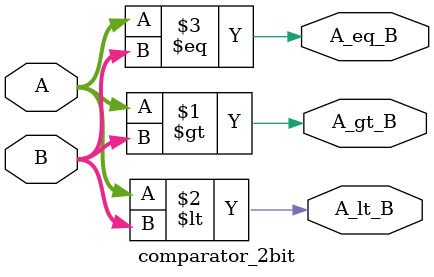
<source format=v>
module comparator_2bit(
    input wire [1:0] A,B,
    output wire A_gt_B, A_lt_B, A_eq_B
);

assign A_gt_B = (A > B);
assign A_lt_B = (A < B);
assign A_eq_B = (A == B);

endmodule

</source>
